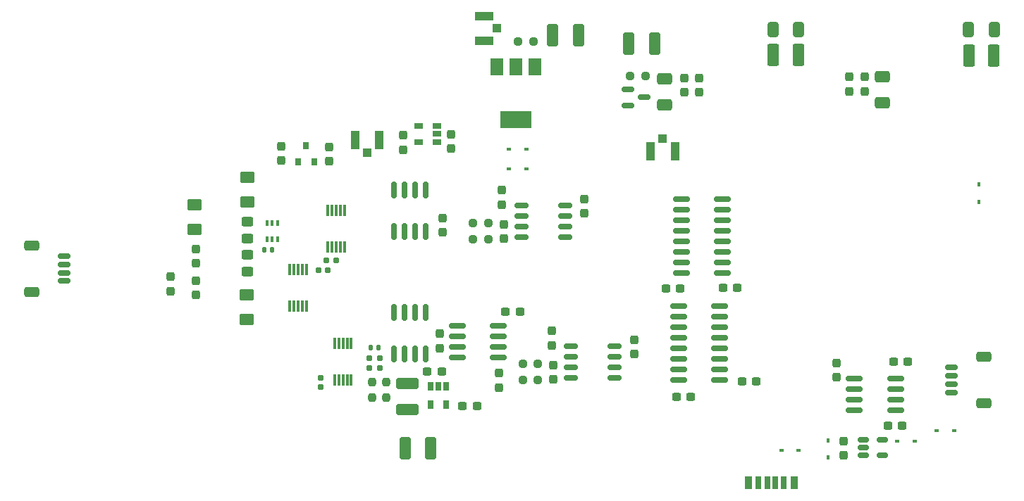
<source format=gbr>
%TF.GenerationSoftware,KiCad,Pcbnew,(6.0.4-0)*%
%TF.CreationDate,2023-04-18T14:03:14-06:00*%
%TF.ProjectId,sq_lockin_v8,73715f6c-6f63-46b6-996e-5f76382e6b69,rev?*%
%TF.SameCoordinates,Original*%
%TF.FileFunction,Paste,Top*%
%TF.FilePolarity,Positive*%
%FSLAX46Y46*%
G04 Gerber Fmt 4.6, Leading zero omitted, Abs format (unit mm)*
G04 Created by KiCad (PCBNEW (6.0.4-0)) date 2023-04-18 14:03:14*
%MOMM*%
%LPD*%
G01*
G04 APERTURE LIST*
G04 Aperture macros list*
%AMRoundRect*
0 Rectangle with rounded corners*
0 $1 Rounding radius*
0 $2 $3 $4 $5 $6 $7 $8 $9 X,Y pos of 4 corners*
0 Add a 4 corners polygon primitive as box body*
4,1,4,$2,$3,$4,$5,$6,$7,$8,$9,$2,$3,0*
0 Add four circle primitives for the rounded corners*
1,1,$1+$1,$2,$3*
1,1,$1+$1,$4,$5*
1,1,$1+$1,$6,$7*
1,1,$1+$1,$8,$9*
0 Add four rect primitives between the rounded corners*
20,1,$1+$1,$2,$3,$4,$5,0*
20,1,$1+$1,$4,$5,$6,$7,0*
20,1,$1+$1,$6,$7,$8,$9,0*
20,1,$1+$1,$8,$9,$2,$3,0*%
G04 Aperture macros list end*
%ADD10RoundRect,0.140000X0.140000X0.170000X-0.140000X0.170000X-0.140000X-0.170000X0.140000X-0.170000X0*%
%ADD11RoundRect,0.237500X0.250000X0.237500X-0.250000X0.237500X-0.250000X-0.237500X0.250000X-0.237500X0*%
%ADD12RoundRect,0.160000X0.160000X-0.197500X0.160000X0.197500X-0.160000X0.197500X-0.160000X-0.197500X0*%
%ADD13RoundRect,0.160000X-0.160000X0.197500X-0.160000X-0.197500X0.160000X-0.197500X0.160000X0.197500X0*%
%ADD14RoundRect,0.155000X0.155000X-0.212500X0.155000X0.212500X-0.155000X0.212500X-0.155000X-0.212500X0*%
%ADD15RoundRect,0.155000X-0.212500X-0.155000X0.212500X-0.155000X0.212500X0.155000X-0.212500X0.155000X0*%
%ADD16RoundRect,0.237500X0.237500X-0.250000X0.237500X0.250000X-0.237500X0.250000X-0.237500X-0.250000X0*%
%ADD17RoundRect,0.237500X-0.237500X0.250000X-0.237500X-0.250000X0.237500X-0.250000X0.237500X0.250000X0*%
%ADD18RoundRect,0.250000X0.412500X1.100000X-0.412500X1.100000X-0.412500X-1.100000X0.412500X-1.100000X0*%
%ADD19RoundRect,0.250000X-1.100000X0.412500X-1.100000X-0.412500X1.100000X-0.412500X1.100000X0.412500X0*%
%ADD20RoundRect,0.250001X0.624999X-0.462499X0.624999X0.462499X-0.624999X0.462499X-0.624999X-0.462499X0*%
%ADD21RoundRect,0.250000X-0.450000X0.325000X-0.450000X-0.325000X0.450000X-0.325000X0.450000X0.325000X0*%
%ADD22RoundRect,0.237500X-0.237500X0.287500X-0.237500X-0.287500X0.237500X-0.287500X0.237500X0.287500X0*%
%ADD23RoundRect,0.237500X0.237500X-0.300000X0.237500X0.300000X-0.237500X0.300000X-0.237500X-0.300000X0*%
%ADD24R,1.060000X0.650000*%
%ADD25RoundRect,0.237500X0.237500X-0.287500X0.237500X0.287500X-0.237500X0.287500X-0.237500X-0.287500X0*%
%ADD26R,0.800000X0.900000*%
%ADD27RoundRect,0.237500X-0.237500X0.300000X-0.237500X-0.300000X0.237500X-0.300000X0.237500X0.300000X0*%
%ADD28RoundRect,0.150000X-0.675000X-0.150000X0.675000X-0.150000X0.675000X0.150000X-0.675000X0.150000X0*%
%ADD29RoundRect,0.237500X-0.300000X-0.237500X0.300000X-0.237500X0.300000X0.237500X-0.300000X0.237500X0*%
%ADD30RoundRect,0.237500X0.300000X0.237500X-0.300000X0.237500X-0.300000X-0.237500X0.300000X-0.237500X0*%
%ADD31RoundRect,0.150000X-0.825000X-0.150000X0.825000X-0.150000X0.825000X0.150000X-0.825000X0.150000X0*%
%ADD32R,0.600000X0.450000*%
%ADD33RoundRect,0.150000X-0.150000X0.825000X-0.150000X-0.825000X0.150000X-0.825000X0.150000X0.825000X0*%
%ADD34R,0.650000X1.060000*%
%ADD35RoundRect,0.250001X-0.462499X-1.074999X0.462499X-1.074999X0.462499X1.074999X-0.462499X1.074999X0*%
%ADD36RoundRect,0.250000X0.650000X-0.412500X0.650000X0.412500X-0.650000X0.412500X-0.650000X-0.412500X0*%
%ADD37R,1.000000X1.050000*%
%ADD38R,1.050000X2.200000*%
%ADD39RoundRect,0.237500X-0.250000X-0.237500X0.250000X-0.237500X0.250000X0.237500X-0.250000X0.237500X0*%
%ADD40RoundRect,0.150000X0.625000X-0.150000X0.625000X0.150000X-0.625000X0.150000X-0.625000X-0.150000X0*%
%ADD41RoundRect,0.250000X0.650000X-0.350000X0.650000X0.350000X-0.650000X0.350000X-0.650000X-0.350000X0*%
%ADD42RoundRect,0.150000X-0.512500X-0.150000X0.512500X-0.150000X0.512500X0.150000X-0.512500X0.150000X0*%
%ADD43RoundRect,0.150000X-0.625000X0.150000X-0.625000X-0.150000X0.625000X-0.150000X0.625000X0.150000X0*%
%ADD44RoundRect,0.250000X-0.650000X0.350000X-0.650000X-0.350000X0.650000X-0.350000X0.650000X0.350000X0*%
%ADD45R,0.300000X1.400000*%
%ADD46R,0.400000X0.650000*%
%ADD47R,0.450000X0.600000*%
%ADD48RoundRect,0.250000X-0.412500X-1.100000X0.412500X-1.100000X0.412500X1.100000X-0.412500X1.100000X0*%
%ADD49RoundRect,0.150000X-0.587500X-0.150000X0.587500X-0.150000X0.587500X0.150000X-0.587500X0.150000X0*%
%ADD50RoundRect,0.150000X0.825000X0.150000X-0.825000X0.150000X-0.825000X-0.150000X0.825000X-0.150000X0*%
%ADD51RoundRect,0.250000X0.412500X0.650000X-0.412500X0.650000X-0.412500X-0.650000X0.412500X-0.650000X0*%
%ADD52R,1.500000X2.000000*%
%ADD53R,3.800000X2.000000*%
%ADD54R,0.800000X1.600000*%
%ADD55R,0.900000X1.600000*%
%ADD56R,1.050000X1.000000*%
%ADD57R,2.200000X1.050000*%
G04 APERTURE END LIST*
D10*
%TO.C,C21*%
X152980000Y-96800000D03*
X152020000Y-96800000D03*
%TD*%
D11*
%TO.C,R18*%
X172112500Y-100690000D03*
X170287500Y-100690000D03*
%TD*%
%TO.C,R17*%
X172112500Y-98790000D03*
X170287500Y-98790000D03*
%TD*%
%TO.C,R16*%
X166137500Y-83760000D03*
X164312500Y-83760000D03*
%TD*%
%TO.C,R15*%
X166137500Y-81860000D03*
X164312500Y-81860000D03*
%TD*%
D12*
%TO.C,R14*%
X153100000Y-99297500D03*
X153100000Y-98102500D03*
%TD*%
D13*
%TO.C,R13*%
X151900000Y-98102500D03*
X151900000Y-99297500D03*
%TD*%
D14*
%TO.C,C14*%
X146000000Y-101567500D03*
X146000000Y-100432500D03*
%TD*%
D15*
%TO.C,C13*%
X146732500Y-86300000D03*
X147867500Y-86300000D03*
%TD*%
%TO.C,C12*%
X145732500Y-87500000D03*
X146867500Y-87500000D03*
%TD*%
D16*
%TO.C,R12*%
X152200000Y-102825000D03*
X152200000Y-101000000D03*
%TD*%
D17*
%TO.C,R11*%
X153900000Y-100987500D03*
X153900000Y-102812500D03*
%TD*%
D18*
%TO.C,C20*%
X159262500Y-108900000D03*
X156137500Y-108900000D03*
%TD*%
D19*
%TO.C,C19*%
X156400000Y-101137500D03*
X156400000Y-104262500D03*
%TD*%
D20*
%TO.C,R1*%
X137200000Y-79300000D03*
X137200000Y-76325000D03*
%TD*%
%TO.C,R5*%
X130900000Y-82600000D03*
X130900000Y-79625000D03*
%TD*%
%TO.C,R4*%
X137100000Y-93400000D03*
X137100000Y-90425000D03*
%TD*%
D21*
%TO.C,R2*%
X137175000Y-81675000D03*
X137175000Y-83725000D03*
%TD*%
D22*
%TO.C,R6*%
X131000000Y-88750000D03*
X131000000Y-90500000D03*
%TD*%
D23*
%TO.C,C2*%
X161700000Y-72887500D03*
X161700000Y-71162500D03*
%TD*%
%TO.C,C3*%
X155900000Y-72987500D03*
X155900000Y-71262500D03*
%TD*%
D24*
%TO.C,U2*%
X160000000Y-72050000D03*
X160000000Y-71100000D03*
X160000000Y-70150000D03*
X157800000Y-70150000D03*
X157800000Y-72050000D03*
%TD*%
D25*
%TO.C,R7*%
X131000000Y-86675000D03*
X131000000Y-84925000D03*
%TD*%
D21*
%TO.C,R3*%
X137200000Y-85650000D03*
X137200000Y-87700000D03*
%TD*%
D23*
%TO.C,C4*%
X141300000Y-74287500D03*
X141300000Y-72562500D03*
%TD*%
%TO.C,C6*%
X147000000Y-74387500D03*
X147000000Y-72662500D03*
%TD*%
D22*
%TO.C,R8*%
X128000000Y-88250000D03*
X128000000Y-90000000D03*
%TD*%
D26*
%TO.C,U3*%
X143320000Y-74475000D03*
X145220000Y-74475000D03*
X144270000Y-72475000D03*
%TD*%
D23*
%TO.C,C22*%
X168000000Y-83697500D03*
X168000000Y-81972500D03*
%TD*%
%TO.C,C23*%
X167800000Y-79597500D03*
X167800000Y-77872500D03*
%TD*%
D27*
%TO.C,C24*%
X177700000Y-78922500D03*
X177700000Y-80647500D03*
%TD*%
D28*
%TO.C,U15*%
X170125000Y-79675000D03*
X170125000Y-80945000D03*
X170125000Y-82215000D03*
X170125000Y-83485000D03*
X175375000Y-83485000D03*
X175375000Y-82215000D03*
X175375000Y-80945000D03*
X175375000Y-79675000D03*
%TD*%
D23*
%TO.C,C26*%
X173775000Y-96527500D03*
X173775000Y-94802500D03*
%TD*%
%TO.C,C25*%
X173975000Y-100627500D03*
X173975000Y-98902500D03*
%TD*%
D27*
%TO.C,C27*%
X183675000Y-95852500D03*
X183675000Y-97577500D03*
%TD*%
D28*
%TO.C,U16*%
X176100000Y-96605000D03*
X176100000Y-97875000D03*
X176100000Y-99145000D03*
X176100000Y-100415000D03*
X181350000Y-100415000D03*
X181350000Y-99145000D03*
X181350000Y-97875000D03*
X181350000Y-96605000D03*
%TD*%
D29*
%TO.C,C16*%
X158837500Y-99660000D03*
X160562500Y-99660000D03*
%TD*%
D30*
%TO.C,C17*%
X169962500Y-92500000D03*
X168237500Y-92500000D03*
%TD*%
D22*
%TO.C,R9*%
X160300000Y-95125000D03*
X160300000Y-96875000D03*
%TD*%
D25*
%TO.C,R10*%
X167400000Y-101635000D03*
X167400000Y-99885000D03*
%TD*%
D31*
%TO.C,U13*%
X162425000Y-94155000D03*
X162425000Y-95425000D03*
X162425000Y-96695000D03*
X162425000Y-97965000D03*
X167375000Y-97965000D03*
X167375000Y-96695000D03*
X167375000Y-95425000D03*
X167375000Y-94155000D03*
%TD*%
D29*
%TO.C,C18*%
X163075000Y-103800000D03*
X164800000Y-103800000D03*
%TD*%
D32*
%TO.C,D2*%
X168650000Y-75300000D03*
X170750000Y-75300000D03*
%TD*%
%TO.C,D1*%
X168650000Y-72900000D03*
X170750000Y-72900000D03*
%TD*%
D33*
%TO.C,U11*%
X158605000Y-77885000D03*
X157335000Y-77885000D03*
X156065000Y-77885000D03*
X154795000Y-77885000D03*
X154795000Y-82835000D03*
X156065000Y-82835000D03*
X157335000Y-82835000D03*
X158605000Y-82835000D03*
%TD*%
D23*
%TO.C,C15*%
X160700000Y-82922500D03*
X160700000Y-81197500D03*
%TD*%
D33*
%TO.C,U12*%
X158605000Y-92585000D03*
X157335000Y-92585000D03*
X156065000Y-92585000D03*
X154795000Y-92585000D03*
X154795000Y-97535000D03*
X156065000Y-97535000D03*
X157335000Y-97535000D03*
X158605000Y-97535000D03*
%TD*%
D34*
%TO.C,U14*%
X161100000Y-101450000D03*
X160150000Y-101450000D03*
X159200000Y-101450000D03*
X159200000Y-103650000D03*
X161100000Y-103650000D03*
%TD*%
D35*
%TO.C,L1*%
X200412500Y-61600000D03*
X203387500Y-61600000D03*
%TD*%
D36*
%TO.C,C33*%
X213500000Y-67362500D03*
X213500000Y-64237500D03*
%TD*%
D37*
%TO.C,J7*%
X151600000Y-73350000D03*
D38*
X150125000Y-71825000D03*
X153075000Y-71825000D03*
%TD*%
D39*
%TO.C,R20*%
X169737500Y-60000000D03*
X171562500Y-60000000D03*
%TD*%
D32*
%TO.C,D6*%
X203450000Y-109200000D03*
X201350000Y-109200000D03*
%TD*%
D40*
%TO.C,J8*%
X221800000Y-102200000D03*
X221800000Y-101200000D03*
X221800000Y-100200000D03*
X221800000Y-99200000D03*
D41*
X225675000Y-97900000D03*
X225675000Y-103500000D03*
%TD*%
D30*
%TO.C,C10*%
X189200000Y-89700000D03*
X187475000Y-89700000D03*
%TD*%
D42*
%TO.C,U17*%
X211212500Y-107900000D03*
X211212500Y-108850000D03*
X211212500Y-109800000D03*
X213487500Y-109800000D03*
X213487500Y-107900000D03*
%TD*%
D10*
%TO.C,C1*%
X140180000Y-85000000D03*
X139220000Y-85000000D03*
%TD*%
D43*
%TO.C,J1*%
X115200000Y-85800000D03*
X115200000Y-86800000D03*
X115200000Y-87800000D03*
X115200000Y-88800000D03*
D44*
X111325000Y-90100000D03*
X111325000Y-84500000D03*
%TD*%
D29*
%TO.C,C11*%
X194337500Y-89600000D03*
X196062500Y-89600000D03*
%TD*%
D37*
%TO.C,J12*%
X187100000Y-71650000D03*
D38*
X185625000Y-73175000D03*
X188575000Y-73175000D03*
%TD*%
D45*
%TO.C,U8*%
X144300000Y-87400000D03*
X143800000Y-87400000D03*
X143300000Y-87400000D03*
X142800000Y-87400000D03*
X142300000Y-87400000D03*
X142300000Y-91800000D03*
X142800000Y-91800000D03*
X143300000Y-91800000D03*
X143800000Y-91800000D03*
X144300000Y-91800000D03*
%TD*%
D46*
%TO.C,U1*%
X140850000Y-81850000D03*
X140200000Y-81850000D03*
X139550000Y-81850000D03*
X139550000Y-83750000D03*
X140200000Y-83750000D03*
X140850000Y-83750000D03*
%TD*%
D47*
%TO.C,D7*%
X207000000Y-107950000D03*
X207000000Y-110050000D03*
%TD*%
D31*
%TO.C,U6*%
X210125000Y-100565000D03*
X210125000Y-101835000D03*
X210125000Y-103105000D03*
X210125000Y-104375000D03*
X215075000Y-104375000D03*
X215075000Y-103105000D03*
X215075000Y-101835000D03*
X215075000Y-100565000D03*
%TD*%
D48*
%TO.C,C39*%
X173887500Y-59250000D03*
X177012500Y-59250000D03*
%TD*%
D29*
%TO.C,C5*%
X188737500Y-102700000D03*
X190462500Y-102700000D03*
%TD*%
D49*
%TO.C,Q1*%
X182965000Y-65757500D03*
X182965000Y-67657500D03*
X184840000Y-66707500D03*
%TD*%
D50*
%TO.C,U4*%
X193975000Y-100745000D03*
X193975000Y-99475000D03*
X193975000Y-98205000D03*
X193975000Y-96935000D03*
X193975000Y-95665000D03*
X193975000Y-94395000D03*
X193975000Y-93125000D03*
X193975000Y-91855000D03*
X189025000Y-91855000D03*
X189025000Y-93125000D03*
X189025000Y-94395000D03*
X189025000Y-95665000D03*
X189025000Y-96935000D03*
X189025000Y-98205000D03*
X189025000Y-99475000D03*
X189025000Y-100745000D03*
%TD*%
D32*
%TO.C,D4*%
X217350000Y-108100000D03*
X215250000Y-108100000D03*
%TD*%
D29*
%TO.C,C7*%
X196637500Y-100900000D03*
X198362500Y-100900000D03*
%TD*%
D32*
%TO.C,D5*%
X222150000Y-106800000D03*
X220050000Y-106800000D03*
%TD*%
D27*
%TO.C,C37*%
X209500000Y-64237500D03*
X209500000Y-65962500D03*
%TD*%
D51*
%TO.C,C29*%
X203462500Y-58500000D03*
X200337500Y-58500000D03*
%TD*%
D11*
%TO.C,R19*%
X185015000Y-64107500D03*
X183190000Y-64107500D03*
%TD*%
D48*
%TO.C,C38*%
X183037500Y-60200000D03*
X186162500Y-60200000D03*
%TD*%
D52*
%TO.C,Q2*%
X171750000Y-63050000D03*
D53*
X169450000Y-69350000D03*
D52*
X169450000Y-63050000D03*
X167150000Y-63050000D03*
%TD*%
D27*
%TO.C,C34*%
X189702500Y-64345000D03*
X189702500Y-66070000D03*
%TD*%
D45*
%TO.C,U9*%
X146900000Y-84700000D03*
X147400000Y-84700000D03*
X147900000Y-84700000D03*
X148400000Y-84700000D03*
X148900000Y-84700000D03*
X148900000Y-80300000D03*
X148400000Y-80300000D03*
X147900000Y-80300000D03*
X147400000Y-80300000D03*
X146900000Y-80300000D03*
%TD*%
D23*
%TO.C,C8*%
X208000000Y-100362500D03*
X208000000Y-98637500D03*
%TD*%
D27*
%TO.C,C36*%
X191502500Y-64345000D03*
X191502500Y-66070000D03*
%TD*%
%TO.C,C28*%
X208800000Y-108037500D03*
X208800000Y-109762500D03*
%TD*%
D54*
%TO.C,J9*%
X199655000Y-113030000D03*
X201675000Y-113030000D03*
D55*
X202905000Y-113030000D03*
D54*
X200655000Y-113030000D03*
X198635000Y-113030000D03*
D55*
X197405000Y-113030000D03*
%TD*%
D51*
%TO.C,C30*%
X226962500Y-58500000D03*
X223837500Y-58500000D03*
%TD*%
D47*
%TO.C,D3*%
X225100000Y-79250000D03*
X225100000Y-77150000D03*
%TD*%
D56*
%TO.C,J13*%
X167200000Y-58400000D03*
D57*
X165675000Y-59875000D03*
X165675000Y-56925000D03*
%TD*%
D45*
%TO.C,U10*%
X147700000Y-100700000D03*
X148200000Y-100700000D03*
X148700000Y-100700000D03*
X149200000Y-100700000D03*
X149700000Y-100700000D03*
X149700000Y-96300000D03*
X149200000Y-96300000D03*
X148700000Y-96300000D03*
X148200000Y-96300000D03*
X147700000Y-96300000D03*
%TD*%
D35*
%TO.C,L2*%
X223912500Y-61700000D03*
X226887500Y-61700000D03*
%TD*%
D36*
%TO.C,C32*%
X187352500Y-67570000D03*
X187352500Y-64445000D03*
%TD*%
D50*
%TO.C,U7*%
X194275000Y-87805000D03*
X194275000Y-86535000D03*
X194275000Y-85265000D03*
X194275000Y-83995000D03*
X194275000Y-82725000D03*
X194275000Y-81455000D03*
X194275000Y-80185000D03*
X194275000Y-78915000D03*
X189325000Y-78915000D03*
X189325000Y-80185000D03*
X189325000Y-81455000D03*
X189325000Y-82725000D03*
X189325000Y-83995000D03*
X189325000Y-85265000D03*
X189325000Y-86535000D03*
X189325000Y-87805000D03*
%TD*%
D29*
%TO.C,C31*%
X214137500Y-106200000D03*
X215862500Y-106200000D03*
%TD*%
D27*
%TO.C,C35*%
X211400000Y-64237500D03*
X211400000Y-65962500D03*
%TD*%
D29*
%TO.C,C9*%
X214837500Y-98500000D03*
X216562500Y-98500000D03*
%TD*%
M02*

</source>
